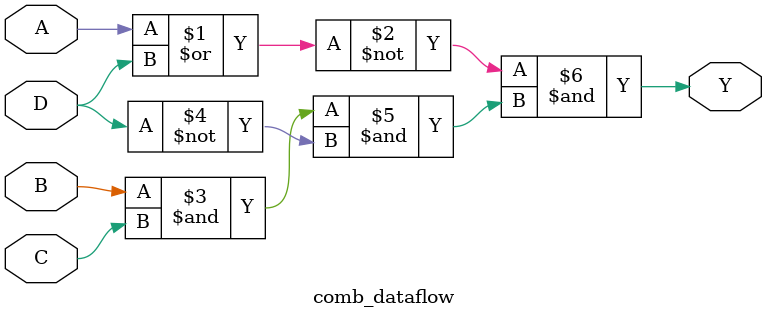
<source format=v>

module comb_dataflow(Y, A, B, C, D);

  //
  output Y;
  input  A, B, C, D;
  
  assign Y = (~(A | D)) &    //
             (B & C & (~D)); //

endmodule
</source>
